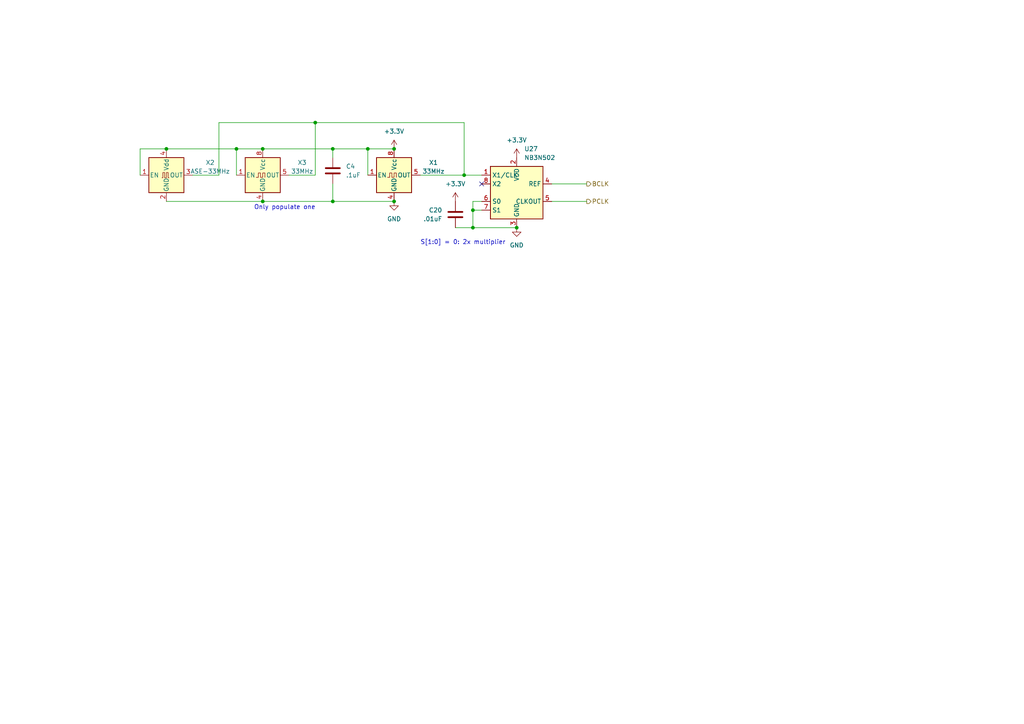
<source format=kicad_sch>
(kicad_sch (version 20230121) (generator eeschema)
  (paper "A4")
  (lib_symbols
    (symbol "68040:NB3N502"
      (property "Reference" "U" (at -6.35 8.89 0))
      (property "Value" "NB3N502" (at 7.62 8.89 0))
      (symbol "NB3N502_0_1"
        (rectangle (start -7.62 7.62) (end 7.62 -7.62) (stroke (width 0.254)) (fill (type background)))
      )
      (symbol "NB3N502_1_1"
        (pin input line (at -10.16 5.08 0) (length 2.54) (name "X1/CLK") (number "1"))
        (pin power_in line (at 0 10.16 270) (length 2.54) (name "VDD") (number "2"))
        (pin power_in line (at 0 -10.16 90) (length 2.54) (name "GND") (number "3"))
        (pin output line (at 10.16 2.54 180) (length 2.54) (name "REF") (number "4"))
        (pin output line (at 10.16 -2.54 180) (length 2.54) (name "CLKOUT") (number "5"))
        (pin input line (at -10.16 -2.54 0) (length 2.54) (name "S0") (number "6"))
        (pin input line (at -10.16 -5.08 0) (length 2.54) (name "S1") (number "7"))
        (pin input line (at -10.16 2.54 0) (length 2.54) (name "X2") (number "8"))
      )
    )
    (symbol "Device:C" (pin_numbers hide) (pin_names (offset 0.254))
      (property "Reference" "C" (at 0.635 2.54 0))
      (property "Value" "C" (at 0.635 -2.54 0))
      (symbol "C_0_1"
        (polyline (pts (xy -2.032 -0.762) (xy 2.032 -0.762)) (stroke (width 0.508)))
        (polyline (pts (xy -2.032 0.762) (xy 2.032 0.762)) (stroke (width 0.508)))
      )
      (symbol "C_1_1"
        (pin passive line (at 0 3.81 270) (length 2.794) (name "~") (number "1"))
        (pin passive line (at 0 -3.81 90) (length 2.794) (name "~") (number "2"))
      )
    )
    (symbol "Oscillator:ASE-xxxMHz" (pin_names (offset 0.254))
      (property "Reference" "X" (at -5.08 6.35 0))
      (property "Value" "ASE-xxxMHz" (at 1.27 -6.35 0))
      (symbol "ASE-xxxMHz_0_1"
        (rectangle (start -5.08 5.08) (end 5.08 -5.08) (stroke (width 0.254)) (fill (type background)))
        (polyline (pts (xy -1.27 -0.762) (xy -1.016 -0.762) (xy -1.016 0.762) (xy -0.508 0.762) (xy -0.508 -0.762) (xy 0 -0.762) (xy 0 0.762) (xy 0.508 0.762) (xy 0.508 -0.762) (xy 0.762 -0.762)))
      )
      (symbol "ASE-xxxMHz_1_1"
        (pin input line (at -7.62 0 0) (length 2.54) (name "EN") (number "1"))
        (pin power_in line (at 0 -7.62 90) (length 2.54) (name "GND") (number "2"))
        (pin output line (at 7.62 0 180) (length 2.54) (name "OUT") (number "3"))
        (pin power_in line (at 0 7.62 270) (length 2.54) (name "Vdd") (number "4"))
      )
    )
    (symbol "Oscillator:CXO_DIP8" (pin_names (offset 0.254))
      (property "Reference" "X" (at -5.08 6.35 0))
      (property "Value" "CXO_DIP8" (at 1.27 -6.35 0))
      (symbol "CXO_DIP8_0_1"
        (rectangle (start -5.08 5.08) (end 5.08 -5.08) (stroke (width 0.254)) (fill (type background)))
        (polyline (pts (xy -1.905 -0.635) (xy -1.27 -0.635) (xy -1.27 0.635) (xy -0.635 0.635) (xy -0.635 -0.635) (xy 0 -0.635) (xy 0 0.635) (xy 0.635 0.635) (xy 0.635 -0.635)))
      )
      (symbol "CXO_DIP8_1_1"
        (pin input line (at -7.62 0 0) (length 2.54) (name "EN") (number "1"))
        (pin power_in line (at 0 -7.62 90) (length 2.54) (name "GND") (number "4"))
        (pin output line (at 7.62 0 180) (length 2.54) (name "OUT") (number "5"))
        (pin power_in line (at 0 7.62 270) (length 2.54) (name "Vcc") (number "8"))
      )
    )
    (symbol "power:+3.3V" (power) (pin_names (offset 0))
      (property "Value" "+3.3V" (at 0 3.556 0))
      (symbol "+3.3V_0_1"
        (polyline (pts (xy -0.762 1.27) (xy 0 2.54)))
        (polyline (pts (xy 0 0) (xy 0 2.54)))
        (polyline (pts (xy 0 2.54) (xy 0.762 1.27)))
      )
      (symbol "+3.3V_1_1"
        (pin power_in line (at 0 0 90) (length 0) hide (name "+3.3V") (number "1"))
      )
    )
    (symbol "power:GND" (power) (pin_names (offset 0))
      (property "Value" "GND" (at 0 -3.81 0))
      (symbol "GND_0_1"
        (polyline (pts (xy 0 0) (xy 0 -1.27) (xy 1.27 -1.27) (xy 0 -2.54) (xy -1.27 -1.27) (xy 0 -1.27)))
      )
      (symbol "GND_1_1"
        (pin power_in line (at 0 0 270) (length 0) hide (name "GND") (number "1"))
      )
    )
  )
  (junction (at 114.3 43.18))
  (junction (at 137.16 66.04))
  (junction (at 76.2 43.18))
  (junction (at 76.2 58.42))
  (junction (at 48.26 43.18))
  (junction (at 68.58 43.18))
  (junction (at 96.52 58.42))
  (junction (at 114.3 58.42))
  (junction (at 134.62 50.8))
  (junction (at 106.68 43.18))
  (junction (at 91.44 35.56))
  (junction (at 149.86 66.04))
  (junction (at 96.52 43.18))
  (junction (at 137.16 60.96))
  (no_connect (at 139.7 53.34))
  (wire (pts (xy 96.52 43.18) (xy 106.68 43.18)))
  (wire (pts (xy 137.16 60.96) (xy 137.16 66.04)))
  (wire (pts (xy 55.88 50.8) (xy 63.5 50.8)))
  (wire (pts (xy 91.44 50.8) (xy 91.44 35.56)))
  (wire (pts (xy 76.2 43.18) (xy 96.52 43.18)))
  (wire (pts (xy 106.68 43.18) (xy 106.68 50.8)))
  (wire (pts (xy 139.7 58.42) (xy 137.16 58.42)))
  (wire (pts (xy 137.16 60.96) (xy 139.7 60.96)))
  (wire (pts (xy 68.58 50.8) (xy 68.58 43.18)))
  (wire (pts (xy 96.52 58.42) (xy 114.3 58.42)))
  (wire (pts (xy 160.02 58.42) (xy 170.18 58.42)))
  (wire (pts (xy 121.92 50.8) (xy 134.62 50.8)))
  (wire (pts (xy 63.5 35.56) (xy 91.44 35.56)))
  (wire (pts (xy 96.52 45.72) (xy 96.52 43.18)))
  (wire (pts (xy 96.52 53.34) (xy 96.52 58.42)))
  (wire (pts (xy 68.58 43.18) (xy 76.2 43.18)))
  (wire (pts (xy 106.68 43.18) (xy 114.3 43.18)))
  (wire (pts (xy 40.64 43.18) (xy 40.64 50.8)))
  (wire (pts (xy 63.5 50.8) (xy 63.5 35.56)))
  (wire (pts (xy 137.16 66.04) (xy 149.86 66.04)))
  (wire (pts (xy 48.26 58.42) (xy 76.2 58.42)))
  (wire (pts (xy 134.62 50.8) (xy 139.7 50.8)))
  (wire (pts (xy 83.82 50.8) (xy 91.44 50.8)))
  (wire (pts (xy 91.44 35.56) (xy 134.62 35.56)))
  (wire (pts (xy 137.16 58.42) (xy 137.16 60.96)))
  (wire (pts (xy 134.62 35.56) (xy 134.62 50.8)))
  (wire (pts (xy 48.26 43.18) (xy 40.64 43.18)))
  (wire (pts (xy 160.02 53.34) (xy 170.18 53.34)))
  (wire (pts (xy 76.2 58.42) (xy 96.52 58.42)))
  (wire (pts (xy 48.26 43.18) (xy 68.58 43.18)))
  (wire (pts (xy 132.08 66.04) (xy 137.16 66.04)))
  (text "S[1:0] = 0: 2x multiplier" (at 121.92 71.12 0) (effects (font (size 1.27 1.27)) (justify left bottom)))
  (text "Only populate one" (at 73.66 60.96 0) (effects (font (size 1.27 1.27)) (justify left bottom)))
  (hierarchical_label "PCLK" (shape output) (at 170.18 58.42 0))
  (hierarchical_label "BCLK" (shape output) (at 170.18 53.34 0))
  (symbol (lib_id "Oscillator:CXO_DIP8") (at 114.3 50.8 0) (unit 1)
    (property "Reference" "X1" (at 125.73 47.1521 0))
    (property "Value" "33MHz" (at 125.73 49.6921 0))
    (property "Footprint" "Oscillator:Oscillator_DIP-8" (effects hide))
    (property "Datasheet" "http://cdn-reichelt.de/documents/datenblatt/B400/OSZI.pdf" (effects hide))
    (instances (project "68040pc" (path "" (reference "X1") (unit 1)) (path "" (reference "X3") (unit 1))))
  )
  (symbol (lib_id "Oscillator:ASE-xxxMHz") (at 48.26 50.8 0) (unit 1)
    (property "Reference" "X2" (at 60.96 47.1521 0))
    (property "Value" "ASE-33MHz" (at 60.96 49.6921 0))
    (property "Footprint" "Oscillator:Oscillator_SMD_Abracon_ASE-4Pin_3.2x2.5mm" (effects hide))
    (property "Datasheet" "http://www.abracon.com/Oscillators/ASV.pdf" (effects hide))
    (instances (project "68040pc" (path "" (reference "X2") (unit 1)) (path "" (reference "X1") (unit 1))))
  )
  (symbol (lib_id "power:+3.3V") (at 149.86 45.72 0) (unit 1)
    (property "Reference" "#PWR0163" (effects hide))
    (property "Value" "+3.3V" (at 149.86 40.64 0))
    (instances (project "68040pc" (path "" (reference "#PWR0163") (unit 1)) (path "" (reference "#PWR0164") (unit 1))))
  )
  (symbol (lib_id "power:GND") (at 114.3 58.42 0) (unit 1)
    (property "Reference" "#PWR0162" (effects hide))
    (property "Value" "GND" (at 114.3 63.5 0))
  )
  (symbol (lib_id "68040:NB3N502") (at 149.86 55.88 0) (unit 1)
    (property "Reference" "U27" (at 152.0541 43.18 0) (effects (justify left)))
    (property "Value" "NB3N502" (at 152.0541 45.72 0) (effects (justify left)))
    (property "Footprint" "Package_SO:SOIC-8_3.9x4.9mm_P1.27mm" (effects hide))
    (property "Datasheet" "https://www.onsemi.com/download/data-sheet/pdf/nb3n502-d.pdf" (effects hide))
  )
  (symbol (lib_id "power:GND") (at 149.86 66.04 0) (unit 1)
    (property "Reference" "#PWR0199" (effects hide))
    (property "Value" "GND" (at 149.86 71.12 0))
  )
  (symbol (lib_id "Device:C") (at 96.52 49.53 0) (unit 1)
    (property "Reference" "C4" (at 100.33 48.26 0) (effects (justify left)))
    (property "Value" ".1uF" (at 100.33 50.8 0) (effects (justify left)))
  )
  (symbol (lib_id "power:+3.3V") (at 132.08 58.42 0) (unit 1)
    (property "Reference" "#PWR0164" (effects hide))
    (property "Value" "+3.3V" (at 132.08 53.34 0))
    (instances (project "68040pc" (path "" (reference "#PWR0164") (unit 1)) (path "" (reference "#PWR0163") (unit 1))))
  )
  (symbol (lib_id "Oscillator:CXO_DIP8") (at 76.2 50.8 0) (unit 1)
    (property "Reference" "X3" (at 87.63 47.1521 0))
    (property "Value" "33MHz" (at 87.63 49.6921 0))
    (property "Footprint" "Oscillator:Oscillator_DIP-14" (effects hide))
    (property "Datasheet" "http://cdn-reichelt.de/documents/datenblatt/B400/OSZI.pdf" (effects hide))
    (instances (project "68040pc" (path "" (reference "X3") (unit 1)) (path "" (reference "X2") (unit 1))))
  )
  (symbol (lib_id "Device:C") (at 132.08 62.23 0) (mirror y) (unit 1)
    (property "Reference" "C20" (at 128.27 60.96 0) (effects (justify left)))
    (property "Value" ".01uF" (at 128.27 63.5 0) (effects (justify left)))
  )
  (symbol (lib_id "power:+3.3V") (at 114.3 43.18 0) (unit 1)
    (property "Reference" "#PWR0161" (effects hide))
    (property "Value" "+3.3V" (at 114.3 38.1 0))
  )
)
</source>
